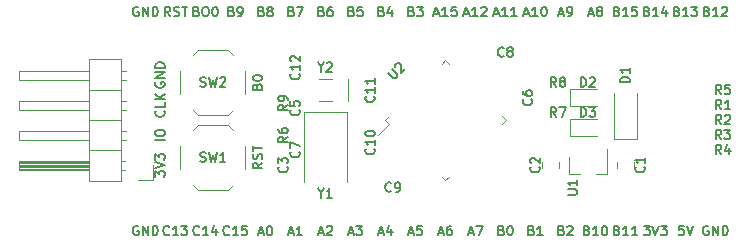
<source format=gbr>
%TF.GenerationSoftware,KiCad,Pcbnew,5.1.6+dfsg1-1*%
%TF.CreationDate,2020-08-25T14:06:05+08:00*%
%TF.ProjectId,gp,67702e6b-6963-4616-945f-706362585858,b*%
%TF.SameCoordinates,Original*%
%TF.FileFunction,Legend,Top*%
%TF.FilePolarity,Positive*%
%FSLAX46Y46*%
G04 Gerber Fmt 4.6, Leading zero omitted, Abs format (unit mm)*
G04 Created by KiCad (PCBNEW 5.1.6+dfsg1-1) date 2020-08-25 14:06:05*
%MOMM*%
%LPD*%
G01*
G04 APERTURE LIST*
%ADD10C,0.150000*%
%ADD11C,0.120000*%
G04 APERTURE END LIST*
D10*
X154501904Y-106400476D02*
X154501904Y-105905238D01*
X154806666Y-106171904D01*
X154806666Y-106057619D01*
X154844761Y-105981428D01*
X154882857Y-105943333D01*
X154959047Y-105905238D01*
X155149523Y-105905238D01*
X155225714Y-105943333D01*
X155263809Y-105981428D01*
X155301904Y-106057619D01*
X155301904Y-106286190D01*
X155263809Y-106362380D01*
X155225714Y-106400476D01*
X154501904Y-105676666D02*
X155301904Y-105410000D01*
X154501904Y-105143333D01*
X154501904Y-104952857D02*
X154501904Y-104457619D01*
X154806666Y-104724285D01*
X154806666Y-104610000D01*
X154844761Y-104533809D01*
X154882857Y-104495714D01*
X154959047Y-104457619D01*
X155149523Y-104457619D01*
X155225714Y-104495714D01*
X155263809Y-104533809D01*
X155301904Y-104610000D01*
X155301904Y-104838571D01*
X155263809Y-104914761D01*
X155225714Y-104952857D01*
X155301904Y-103289047D02*
X154501904Y-103289047D01*
X154501904Y-102755714D02*
X154501904Y-102603333D01*
X154540000Y-102527142D01*
X154616190Y-102450952D01*
X154768571Y-102412857D01*
X155035238Y-102412857D01*
X155187619Y-102450952D01*
X155263809Y-102527142D01*
X155301904Y-102603333D01*
X155301904Y-102755714D01*
X155263809Y-102831904D01*
X155187619Y-102908095D01*
X155035238Y-102946190D01*
X154768571Y-102946190D01*
X154616190Y-102908095D01*
X154540000Y-102831904D01*
X154501904Y-102755714D01*
X155225714Y-100806190D02*
X155263809Y-100844285D01*
X155301904Y-100958571D01*
X155301904Y-101034761D01*
X155263809Y-101149047D01*
X155187619Y-101225238D01*
X155111428Y-101263333D01*
X154959047Y-101301428D01*
X154844761Y-101301428D01*
X154692380Y-101263333D01*
X154616190Y-101225238D01*
X154540000Y-101149047D01*
X154501904Y-101034761D01*
X154501904Y-100958571D01*
X154540000Y-100844285D01*
X154578095Y-100806190D01*
X155301904Y-100082380D02*
X155301904Y-100463333D01*
X154501904Y-100463333D01*
X155301904Y-99815714D02*
X154501904Y-99815714D01*
X155301904Y-99358571D02*
X154844761Y-99701428D01*
X154501904Y-99358571D02*
X154959047Y-99815714D01*
X154540000Y-98399523D02*
X154501904Y-98475714D01*
X154501904Y-98590000D01*
X154540000Y-98704285D01*
X154616190Y-98780476D01*
X154692380Y-98818571D01*
X154844761Y-98856666D01*
X154959047Y-98856666D01*
X155111428Y-98818571D01*
X155187619Y-98780476D01*
X155263809Y-98704285D01*
X155301904Y-98590000D01*
X155301904Y-98513809D01*
X155263809Y-98399523D01*
X155225714Y-98361428D01*
X154959047Y-98361428D01*
X154959047Y-98513809D01*
X155301904Y-98018571D02*
X154501904Y-98018571D01*
X155301904Y-97561428D01*
X154501904Y-97561428D01*
X155301904Y-97180476D02*
X154501904Y-97180476D01*
X154501904Y-96990000D01*
X154540000Y-96875714D01*
X154616190Y-96799523D01*
X154692380Y-96761428D01*
X154844761Y-96723333D01*
X154959047Y-96723333D01*
X155111428Y-96761428D01*
X155187619Y-96799523D01*
X155263809Y-96875714D01*
X155301904Y-96990000D01*
X155301904Y-97180476D01*
X163556904Y-105213095D02*
X163175952Y-105479761D01*
X163556904Y-105670238D02*
X162756904Y-105670238D01*
X162756904Y-105365476D01*
X162795000Y-105289285D01*
X162833095Y-105251190D01*
X162909285Y-105213095D01*
X163023571Y-105213095D01*
X163099761Y-105251190D01*
X163137857Y-105289285D01*
X163175952Y-105365476D01*
X163175952Y-105670238D01*
X163518809Y-104908333D02*
X163556904Y-104794047D01*
X163556904Y-104603571D01*
X163518809Y-104527380D01*
X163480714Y-104489285D01*
X163404523Y-104451190D01*
X163328333Y-104451190D01*
X163252142Y-104489285D01*
X163214047Y-104527380D01*
X163175952Y-104603571D01*
X163137857Y-104755952D01*
X163099761Y-104832142D01*
X163061666Y-104870238D01*
X162985476Y-104908333D01*
X162909285Y-104908333D01*
X162833095Y-104870238D01*
X162795000Y-104832142D01*
X162756904Y-104755952D01*
X162756904Y-104565476D01*
X162795000Y-104451190D01*
X162756904Y-104222619D02*
X162756904Y-103765476D01*
X163556904Y-103994047D02*
X162756904Y-103994047D01*
X163137857Y-98748809D02*
X163175952Y-98634523D01*
X163214047Y-98596428D01*
X163290238Y-98558333D01*
X163404523Y-98558333D01*
X163480714Y-98596428D01*
X163518809Y-98634523D01*
X163556904Y-98710714D01*
X163556904Y-99015476D01*
X162756904Y-99015476D01*
X162756904Y-98748809D01*
X162795000Y-98672619D01*
X162833095Y-98634523D01*
X162909285Y-98596428D01*
X162985476Y-98596428D01*
X163061666Y-98634523D01*
X163099761Y-98672619D01*
X163137857Y-98748809D01*
X163137857Y-99015476D01*
X162756904Y-98063095D02*
X162756904Y-97986904D01*
X162795000Y-97910714D01*
X162833095Y-97872619D01*
X162909285Y-97834523D01*
X163061666Y-97796428D01*
X163252142Y-97796428D01*
X163404523Y-97834523D01*
X163480714Y-97872619D01*
X163518809Y-97910714D01*
X163556904Y-97986904D01*
X163556904Y-98063095D01*
X163518809Y-98139285D01*
X163480714Y-98177380D01*
X163404523Y-98215476D01*
X163252142Y-98253571D01*
X163061666Y-98253571D01*
X162909285Y-98215476D01*
X162833095Y-98177380D01*
X162795000Y-98139285D01*
X162756904Y-98063095D01*
X153060476Y-92056000D02*
X152984285Y-92017904D01*
X152870000Y-92017904D01*
X152755714Y-92056000D01*
X152679523Y-92132190D01*
X152641428Y-92208380D01*
X152603333Y-92360761D01*
X152603333Y-92475047D01*
X152641428Y-92627428D01*
X152679523Y-92703619D01*
X152755714Y-92779809D01*
X152870000Y-92817904D01*
X152946190Y-92817904D01*
X153060476Y-92779809D01*
X153098571Y-92741714D01*
X153098571Y-92475047D01*
X152946190Y-92475047D01*
X153441428Y-92817904D02*
X153441428Y-92017904D01*
X153898571Y-92817904D01*
X153898571Y-92017904D01*
X154279523Y-92817904D02*
X154279523Y-92017904D01*
X154470000Y-92017904D01*
X154584285Y-92056000D01*
X154660476Y-92132190D01*
X154698571Y-92208380D01*
X154736666Y-92360761D01*
X154736666Y-92475047D01*
X154698571Y-92627428D01*
X154660476Y-92703619D01*
X154584285Y-92779809D01*
X154470000Y-92817904D01*
X154279523Y-92817904D01*
X155771904Y-92817904D02*
X155505238Y-92436952D01*
X155314761Y-92817904D02*
X155314761Y-92017904D01*
X155619523Y-92017904D01*
X155695714Y-92056000D01*
X155733809Y-92094095D01*
X155771904Y-92170285D01*
X155771904Y-92284571D01*
X155733809Y-92360761D01*
X155695714Y-92398857D01*
X155619523Y-92436952D01*
X155314761Y-92436952D01*
X156076666Y-92779809D02*
X156190952Y-92817904D01*
X156381428Y-92817904D01*
X156457619Y-92779809D01*
X156495714Y-92741714D01*
X156533809Y-92665523D01*
X156533809Y-92589333D01*
X156495714Y-92513142D01*
X156457619Y-92475047D01*
X156381428Y-92436952D01*
X156229047Y-92398857D01*
X156152857Y-92360761D01*
X156114761Y-92322666D01*
X156076666Y-92246476D01*
X156076666Y-92170285D01*
X156114761Y-92094095D01*
X156152857Y-92056000D01*
X156229047Y-92017904D01*
X156419523Y-92017904D01*
X156533809Y-92056000D01*
X156762380Y-92017904D02*
X157219523Y-92017904D01*
X156990952Y-92817904D02*
X156990952Y-92017904D01*
X158007142Y-92398857D02*
X158121428Y-92436952D01*
X158159523Y-92475047D01*
X158197619Y-92551238D01*
X158197619Y-92665523D01*
X158159523Y-92741714D01*
X158121428Y-92779809D01*
X158045238Y-92817904D01*
X157740476Y-92817904D01*
X157740476Y-92017904D01*
X158007142Y-92017904D01*
X158083333Y-92056000D01*
X158121428Y-92094095D01*
X158159523Y-92170285D01*
X158159523Y-92246476D01*
X158121428Y-92322666D01*
X158083333Y-92360761D01*
X158007142Y-92398857D01*
X157740476Y-92398857D01*
X158692857Y-92017904D02*
X158845238Y-92017904D01*
X158921428Y-92056000D01*
X158997619Y-92132190D01*
X159035714Y-92284571D01*
X159035714Y-92551238D01*
X158997619Y-92703619D01*
X158921428Y-92779809D01*
X158845238Y-92817904D01*
X158692857Y-92817904D01*
X158616666Y-92779809D01*
X158540476Y-92703619D01*
X158502380Y-92551238D01*
X158502380Y-92284571D01*
X158540476Y-92132190D01*
X158616666Y-92056000D01*
X158692857Y-92017904D01*
X159530952Y-92017904D02*
X159607142Y-92017904D01*
X159683333Y-92056000D01*
X159721428Y-92094095D01*
X159759523Y-92170285D01*
X159797619Y-92322666D01*
X159797619Y-92513142D01*
X159759523Y-92665523D01*
X159721428Y-92741714D01*
X159683333Y-92779809D01*
X159607142Y-92817904D01*
X159530952Y-92817904D01*
X159454761Y-92779809D01*
X159416666Y-92741714D01*
X159378571Y-92665523D01*
X159340476Y-92513142D01*
X159340476Y-92322666D01*
X159378571Y-92170285D01*
X159416666Y-92094095D01*
X159454761Y-92056000D01*
X159530952Y-92017904D01*
X201320476Y-110598000D02*
X201244285Y-110559904D01*
X201130000Y-110559904D01*
X201015714Y-110598000D01*
X200939523Y-110674190D01*
X200901428Y-110750380D01*
X200863333Y-110902761D01*
X200863333Y-111017047D01*
X200901428Y-111169428D01*
X200939523Y-111245619D01*
X201015714Y-111321809D01*
X201130000Y-111359904D01*
X201206190Y-111359904D01*
X201320476Y-111321809D01*
X201358571Y-111283714D01*
X201358571Y-111017047D01*
X201206190Y-111017047D01*
X201701428Y-111359904D02*
X201701428Y-110559904D01*
X202158571Y-111359904D01*
X202158571Y-110559904D01*
X202539523Y-111359904D02*
X202539523Y-110559904D01*
X202730000Y-110559904D01*
X202844285Y-110598000D01*
X202920476Y-110674190D01*
X202958571Y-110750380D01*
X202996666Y-110902761D01*
X202996666Y-111017047D01*
X202958571Y-111169428D01*
X202920476Y-111245619D01*
X202844285Y-111321809D01*
X202730000Y-111359904D01*
X202539523Y-111359904D01*
X199237619Y-110559904D02*
X198856666Y-110559904D01*
X198818571Y-110940857D01*
X198856666Y-110902761D01*
X198932857Y-110864666D01*
X199123333Y-110864666D01*
X199199523Y-110902761D01*
X199237619Y-110940857D01*
X199275714Y-111017047D01*
X199275714Y-111207523D01*
X199237619Y-111283714D01*
X199199523Y-111321809D01*
X199123333Y-111359904D01*
X198932857Y-111359904D01*
X198856666Y-111321809D01*
X198818571Y-111283714D01*
X199504285Y-110559904D02*
X199770952Y-111359904D01*
X200037619Y-110559904D01*
X195859523Y-110559904D02*
X196354761Y-110559904D01*
X196088095Y-110864666D01*
X196202380Y-110864666D01*
X196278571Y-110902761D01*
X196316666Y-110940857D01*
X196354761Y-111017047D01*
X196354761Y-111207523D01*
X196316666Y-111283714D01*
X196278571Y-111321809D01*
X196202380Y-111359904D01*
X195973809Y-111359904D01*
X195897619Y-111321809D01*
X195859523Y-111283714D01*
X196583333Y-110559904D02*
X196850000Y-111359904D01*
X197116666Y-110559904D01*
X197307142Y-110559904D02*
X197802380Y-110559904D01*
X197535714Y-110864666D01*
X197650000Y-110864666D01*
X197726190Y-110902761D01*
X197764285Y-110940857D01*
X197802380Y-111017047D01*
X197802380Y-111207523D01*
X197764285Y-111283714D01*
X197726190Y-111321809D01*
X197650000Y-111359904D01*
X197421428Y-111359904D01*
X197345238Y-111321809D01*
X197307142Y-111283714D01*
X193605238Y-110940857D02*
X193719523Y-110978952D01*
X193757619Y-111017047D01*
X193795714Y-111093238D01*
X193795714Y-111207523D01*
X193757619Y-111283714D01*
X193719523Y-111321809D01*
X193643333Y-111359904D01*
X193338571Y-111359904D01*
X193338571Y-110559904D01*
X193605238Y-110559904D01*
X193681428Y-110598000D01*
X193719523Y-110636095D01*
X193757619Y-110712285D01*
X193757619Y-110788476D01*
X193719523Y-110864666D01*
X193681428Y-110902761D01*
X193605238Y-110940857D01*
X193338571Y-110940857D01*
X194557619Y-111359904D02*
X194100476Y-111359904D01*
X194329047Y-111359904D02*
X194329047Y-110559904D01*
X194252857Y-110674190D01*
X194176666Y-110750380D01*
X194100476Y-110788476D01*
X195319523Y-111359904D02*
X194862380Y-111359904D01*
X195090952Y-111359904D02*
X195090952Y-110559904D01*
X195014761Y-110674190D01*
X194938571Y-110750380D01*
X194862380Y-110788476D01*
X191065238Y-110940857D02*
X191179523Y-110978952D01*
X191217619Y-111017047D01*
X191255714Y-111093238D01*
X191255714Y-111207523D01*
X191217619Y-111283714D01*
X191179523Y-111321809D01*
X191103333Y-111359904D01*
X190798571Y-111359904D01*
X190798571Y-110559904D01*
X191065238Y-110559904D01*
X191141428Y-110598000D01*
X191179523Y-110636095D01*
X191217619Y-110712285D01*
X191217619Y-110788476D01*
X191179523Y-110864666D01*
X191141428Y-110902761D01*
X191065238Y-110940857D01*
X190798571Y-110940857D01*
X192017619Y-111359904D02*
X191560476Y-111359904D01*
X191789047Y-111359904D02*
X191789047Y-110559904D01*
X191712857Y-110674190D01*
X191636666Y-110750380D01*
X191560476Y-110788476D01*
X192512857Y-110559904D02*
X192589047Y-110559904D01*
X192665238Y-110598000D01*
X192703333Y-110636095D01*
X192741428Y-110712285D01*
X192779523Y-110864666D01*
X192779523Y-111055142D01*
X192741428Y-111207523D01*
X192703333Y-111283714D01*
X192665238Y-111321809D01*
X192589047Y-111359904D01*
X192512857Y-111359904D01*
X192436666Y-111321809D01*
X192398571Y-111283714D01*
X192360476Y-111207523D01*
X192322380Y-111055142D01*
X192322380Y-110864666D01*
X192360476Y-110712285D01*
X192398571Y-110636095D01*
X192436666Y-110598000D01*
X192512857Y-110559904D01*
X188906190Y-110940857D02*
X189020476Y-110978952D01*
X189058571Y-111017047D01*
X189096666Y-111093238D01*
X189096666Y-111207523D01*
X189058571Y-111283714D01*
X189020476Y-111321809D01*
X188944285Y-111359904D01*
X188639523Y-111359904D01*
X188639523Y-110559904D01*
X188906190Y-110559904D01*
X188982380Y-110598000D01*
X189020476Y-110636095D01*
X189058571Y-110712285D01*
X189058571Y-110788476D01*
X189020476Y-110864666D01*
X188982380Y-110902761D01*
X188906190Y-110940857D01*
X188639523Y-110940857D01*
X189401428Y-110636095D02*
X189439523Y-110598000D01*
X189515714Y-110559904D01*
X189706190Y-110559904D01*
X189782380Y-110598000D01*
X189820476Y-110636095D01*
X189858571Y-110712285D01*
X189858571Y-110788476D01*
X189820476Y-110902761D01*
X189363333Y-111359904D01*
X189858571Y-111359904D01*
X186366190Y-110940857D02*
X186480476Y-110978952D01*
X186518571Y-111017047D01*
X186556666Y-111093238D01*
X186556666Y-111207523D01*
X186518571Y-111283714D01*
X186480476Y-111321809D01*
X186404285Y-111359904D01*
X186099523Y-111359904D01*
X186099523Y-110559904D01*
X186366190Y-110559904D01*
X186442380Y-110598000D01*
X186480476Y-110636095D01*
X186518571Y-110712285D01*
X186518571Y-110788476D01*
X186480476Y-110864666D01*
X186442380Y-110902761D01*
X186366190Y-110940857D01*
X186099523Y-110940857D01*
X187318571Y-111359904D02*
X186861428Y-111359904D01*
X187090000Y-111359904D02*
X187090000Y-110559904D01*
X187013809Y-110674190D01*
X186937619Y-110750380D01*
X186861428Y-110788476D01*
X183826190Y-110940857D02*
X183940476Y-110978952D01*
X183978571Y-111017047D01*
X184016666Y-111093238D01*
X184016666Y-111207523D01*
X183978571Y-111283714D01*
X183940476Y-111321809D01*
X183864285Y-111359904D01*
X183559523Y-111359904D01*
X183559523Y-110559904D01*
X183826190Y-110559904D01*
X183902380Y-110598000D01*
X183940476Y-110636095D01*
X183978571Y-110712285D01*
X183978571Y-110788476D01*
X183940476Y-110864666D01*
X183902380Y-110902761D01*
X183826190Y-110940857D01*
X183559523Y-110940857D01*
X184511904Y-110559904D02*
X184588095Y-110559904D01*
X184664285Y-110598000D01*
X184702380Y-110636095D01*
X184740476Y-110712285D01*
X184778571Y-110864666D01*
X184778571Y-111055142D01*
X184740476Y-111207523D01*
X184702380Y-111283714D01*
X184664285Y-111321809D01*
X184588095Y-111359904D01*
X184511904Y-111359904D01*
X184435714Y-111321809D01*
X184397619Y-111283714D01*
X184359523Y-111207523D01*
X184321428Y-111055142D01*
X184321428Y-110864666D01*
X184359523Y-110712285D01*
X184397619Y-110636095D01*
X184435714Y-110598000D01*
X184511904Y-110559904D01*
X181038571Y-111131333D02*
X181419523Y-111131333D01*
X180962380Y-111359904D02*
X181229047Y-110559904D01*
X181495714Y-111359904D01*
X181686190Y-110559904D02*
X182219523Y-110559904D01*
X181876666Y-111359904D01*
X178498571Y-111131333D02*
X178879523Y-111131333D01*
X178422380Y-111359904D02*
X178689047Y-110559904D01*
X178955714Y-111359904D01*
X179565238Y-110559904D02*
X179412857Y-110559904D01*
X179336666Y-110598000D01*
X179298571Y-110636095D01*
X179222380Y-110750380D01*
X179184285Y-110902761D01*
X179184285Y-111207523D01*
X179222380Y-111283714D01*
X179260476Y-111321809D01*
X179336666Y-111359904D01*
X179489047Y-111359904D01*
X179565238Y-111321809D01*
X179603333Y-111283714D01*
X179641428Y-111207523D01*
X179641428Y-111017047D01*
X179603333Y-110940857D01*
X179565238Y-110902761D01*
X179489047Y-110864666D01*
X179336666Y-110864666D01*
X179260476Y-110902761D01*
X179222380Y-110940857D01*
X179184285Y-111017047D01*
X175958571Y-111131333D02*
X176339523Y-111131333D01*
X175882380Y-111359904D02*
X176149047Y-110559904D01*
X176415714Y-111359904D01*
X177063333Y-110559904D02*
X176682380Y-110559904D01*
X176644285Y-110940857D01*
X176682380Y-110902761D01*
X176758571Y-110864666D01*
X176949047Y-110864666D01*
X177025238Y-110902761D01*
X177063333Y-110940857D01*
X177101428Y-111017047D01*
X177101428Y-111207523D01*
X177063333Y-111283714D01*
X177025238Y-111321809D01*
X176949047Y-111359904D01*
X176758571Y-111359904D01*
X176682380Y-111321809D01*
X176644285Y-111283714D01*
X173418571Y-111131333D02*
X173799523Y-111131333D01*
X173342380Y-111359904D02*
X173609047Y-110559904D01*
X173875714Y-111359904D01*
X174485238Y-110826571D02*
X174485238Y-111359904D01*
X174294761Y-110521809D02*
X174104285Y-111093238D01*
X174599523Y-111093238D01*
X170878571Y-111131333D02*
X171259523Y-111131333D01*
X170802380Y-111359904D02*
X171069047Y-110559904D01*
X171335714Y-111359904D01*
X171526190Y-110559904D02*
X172021428Y-110559904D01*
X171754761Y-110864666D01*
X171869047Y-110864666D01*
X171945238Y-110902761D01*
X171983333Y-110940857D01*
X172021428Y-111017047D01*
X172021428Y-111207523D01*
X171983333Y-111283714D01*
X171945238Y-111321809D01*
X171869047Y-111359904D01*
X171640476Y-111359904D01*
X171564285Y-111321809D01*
X171526190Y-111283714D01*
X168338571Y-111131333D02*
X168719523Y-111131333D01*
X168262380Y-111359904D02*
X168529047Y-110559904D01*
X168795714Y-111359904D01*
X169024285Y-110636095D02*
X169062380Y-110598000D01*
X169138571Y-110559904D01*
X169329047Y-110559904D01*
X169405238Y-110598000D01*
X169443333Y-110636095D01*
X169481428Y-110712285D01*
X169481428Y-110788476D01*
X169443333Y-110902761D01*
X168986190Y-111359904D01*
X169481428Y-111359904D01*
X165798571Y-111131333D02*
X166179523Y-111131333D01*
X165722380Y-111359904D02*
X165989047Y-110559904D01*
X166255714Y-111359904D01*
X166941428Y-111359904D02*
X166484285Y-111359904D01*
X166712857Y-111359904D02*
X166712857Y-110559904D01*
X166636666Y-110674190D01*
X166560476Y-110750380D01*
X166484285Y-110788476D01*
X163258571Y-111131333D02*
X163639523Y-111131333D01*
X163182380Y-111359904D02*
X163449047Y-110559904D01*
X163715714Y-111359904D01*
X164134761Y-110559904D02*
X164210952Y-110559904D01*
X164287142Y-110598000D01*
X164325238Y-110636095D01*
X164363333Y-110712285D01*
X164401428Y-110864666D01*
X164401428Y-111055142D01*
X164363333Y-111207523D01*
X164325238Y-111283714D01*
X164287142Y-111321809D01*
X164210952Y-111359904D01*
X164134761Y-111359904D01*
X164058571Y-111321809D01*
X164020476Y-111283714D01*
X163982380Y-111207523D01*
X163944285Y-111055142D01*
X163944285Y-110864666D01*
X163982380Y-110712285D01*
X164020476Y-110636095D01*
X164058571Y-110598000D01*
X164134761Y-110559904D01*
X160775714Y-111283714D02*
X160737619Y-111321809D01*
X160623333Y-111359904D01*
X160547142Y-111359904D01*
X160432857Y-111321809D01*
X160356666Y-111245619D01*
X160318571Y-111169428D01*
X160280476Y-111017047D01*
X160280476Y-110902761D01*
X160318571Y-110750380D01*
X160356666Y-110674190D01*
X160432857Y-110598000D01*
X160547142Y-110559904D01*
X160623333Y-110559904D01*
X160737619Y-110598000D01*
X160775714Y-110636095D01*
X161537619Y-111359904D02*
X161080476Y-111359904D01*
X161309047Y-111359904D02*
X161309047Y-110559904D01*
X161232857Y-110674190D01*
X161156666Y-110750380D01*
X161080476Y-110788476D01*
X162261428Y-110559904D02*
X161880476Y-110559904D01*
X161842380Y-110940857D01*
X161880476Y-110902761D01*
X161956666Y-110864666D01*
X162147142Y-110864666D01*
X162223333Y-110902761D01*
X162261428Y-110940857D01*
X162299523Y-111017047D01*
X162299523Y-111207523D01*
X162261428Y-111283714D01*
X162223333Y-111321809D01*
X162147142Y-111359904D01*
X161956666Y-111359904D01*
X161880476Y-111321809D01*
X161842380Y-111283714D01*
X158235714Y-111283714D02*
X158197619Y-111321809D01*
X158083333Y-111359904D01*
X158007142Y-111359904D01*
X157892857Y-111321809D01*
X157816666Y-111245619D01*
X157778571Y-111169428D01*
X157740476Y-111017047D01*
X157740476Y-110902761D01*
X157778571Y-110750380D01*
X157816666Y-110674190D01*
X157892857Y-110598000D01*
X158007142Y-110559904D01*
X158083333Y-110559904D01*
X158197619Y-110598000D01*
X158235714Y-110636095D01*
X158997619Y-111359904D02*
X158540476Y-111359904D01*
X158769047Y-111359904D02*
X158769047Y-110559904D01*
X158692857Y-110674190D01*
X158616666Y-110750380D01*
X158540476Y-110788476D01*
X159683333Y-110826571D02*
X159683333Y-111359904D01*
X159492857Y-110521809D02*
X159302380Y-111093238D01*
X159797619Y-111093238D01*
X155695714Y-111283714D02*
X155657619Y-111321809D01*
X155543333Y-111359904D01*
X155467142Y-111359904D01*
X155352857Y-111321809D01*
X155276666Y-111245619D01*
X155238571Y-111169428D01*
X155200476Y-111017047D01*
X155200476Y-110902761D01*
X155238571Y-110750380D01*
X155276666Y-110674190D01*
X155352857Y-110598000D01*
X155467142Y-110559904D01*
X155543333Y-110559904D01*
X155657619Y-110598000D01*
X155695714Y-110636095D01*
X156457619Y-111359904D02*
X156000476Y-111359904D01*
X156229047Y-111359904D02*
X156229047Y-110559904D01*
X156152857Y-110674190D01*
X156076666Y-110750380D01*
X156000476Y-110788476D01*
X156724285Y-110559904D02*
X157219523Y-110559904D01*
X156952857Y-110864666D01*
X157067142Y-110864666D01*
X157143333Y-110902761D01*
X157181428Y-110940857D01*
X157219523Y-111017047D01*
X157219523Y-111207523D01*
X157181428Y-111283714D01*
X157143333Y-111321809D01*
X157067142Y-111359904D01*
X156838571Y-111359904D01*
X156762380Y-111321809D01*
X156724285Y-111283714D01*
X153060476Y-110598000D02*
X152984285Y-110559904D01*
X152870000Y-110559904D01*
X152755714Y-110598000D01*
X152679523Y-110674190D01*
X152641428Y-110750380D01*
X152603333Y-110902761D01*
X152603333Y-111017047D01*
X152641428Y-111169428D01*
X152679523Y-111245619D01*
X152755714Y-111321809D01*
X152870000Y-111359904D01*
X152946190Y-111359904D01*
X153060476Y-111321809D01*
X153098571Y-111283714D01*
X153098571Y-111017047D01*
X152946190Y-111017047D01*
X153441428Y-111359904D02*
X153441428Y-110559904D01*
X153898571Y-111359904D01*
X153898571Y-110559904D01*
X154279523Y-111359904D02*
X154279523Y-110559904D01*
X154470000Y-110559904D01*
X154584285Y-110598000D01*
X154660476Y-110674190D01*
X154698571Y-110750380D01*
X154736666Y-110902761D01*
X154736666Y-111017047D01*
X154698571Y-111169428D01*
X154660476Y-111245619D01*
X154584285Y-111321809D01*
X154470000Y-111359904D01*
X154279523Y-111359904D01*
X160966190Y-92398857D02*
X161080476Y-92436952D01*
X161118571Y-92475047D01*
X161156666Y-92551238D01*
X161156666Y-92665523D01*
X161118571Y-92741714D01*
X161080476Y-92779809D01*
X161004285Y-92817904D01*
X160699523Y-92817904D01*
X160699523Y-92017904D01*
X160966190Y-92017904D01*
X161042380Y-92056000D01*
X161080476Y-92094095D01*
X161118571Y-92170285D01*
X161118571Y-92246476D01*
X161080476Y-92322666D01*
X161042380Y-92360761D01*
X160966190Y-92398857D01*
X160699523Y-92398857D01*
X161537619Y-92817904D02*
X161690000Y-92817904D01*
X161766190Y-92779809D01*
X161804285Y-92741714D01*
X161880476Y-92627428D01*
X161918571Y-92475047D01*
X161918571Y-92170285D01*
X161880476Y-92094095D01*
X161842380Y-92056000D01*
X161766190Y-92017904D01*
X161613809Y-92017904D01*
X161537619Y-92056000D01*
X161499523Y-92094095D01*
X161461428Y-92170285D01*
X161461428Y-92360761D01*
X161499523Y-92436952D01*
X161537619Y-92475047D01*
X161613809Y-92513142D01*
X161766190Y-92513142D01*
X161842380Y-92475047D01*
X161880476Y-92436952D01*
X161918571Y-92360761D01*
X163506190Y-92398857D02*
X163620476Y-92436952D01*
X163658571Y-92475047D01*
X163696666Y-92551238D01*
X163696666Y-92665523D01*
X163658571Y-92741714D01*
X163620476Y-92779809D01*
X163544285Y-92817904D01*
X163239523Y-92817904D01*
X163239523Y-92017904D01*
X163506190Y-92017904D01*
X163582380Y-92056000D01*
X163620476Y-92094095D01*
X163658571Y-92170285D01*
X163658571Y-92246476D01*
X163620476Y-92322666D01*
X163582380Y-92360761D01*
X163506190Y-92398857D01*
X163239523Y-92398857D01*
X164153809Y-92360761D02*
X164077619Y-92322666D01*
X164039523Y-92284571D01*
X164001428Y-92208380D01*
X164001428Y-92170285D01*
X164039523Y-92094095D01*
X164077619Y-92056000D01*
X164153809Y-92017904D01*
X164306190Y-92017904D01*
X164382380Y-92056000D01*
X164420476Y-92094095D01*
X164458571Y-92170285D01*
X164458571Y-92208380D01*
X164420476Y-92284571D01*
X164382380Y-92322666D01*
X164306190Y-92360761D01*
X164153809Y-92360761D01*
X164077619Y-92398857D01*
X164039523Y-92436952D01*
X164001428Y-92513142D01*
X164001428Y-92665523D01*
X164039523Y-92741714D01*
X164077619Y-92779809D01*
X164153809Y-92817904D01*
X164306190Y-92817904D01*
X164382380Y-92779809D01*
X164420476Y-92741714D01*
X164458571Y-92665523D01*
X164458571Y-92513142D01*
X164420476Y-92436952D01*
X164382380Y-92398857D01*
X164306190Y-92360761D01*
X166046190Y-92398857D02*
X166160476Y-92436952D01*
X166198571Y-92475047D01*
X166236666Y-92551238D01*
X166236666Y-92665523D01*
X166198571Y-92741714D01*
X166160476Y-92779809D01*
X166084285Y-92817904D01*
X165779523Y-92817904D01*
X165779523Y-92017904D01*
X166046190Y-92017904D01*
X166122380Y-92056000D01*
X166160476Y-92094095D01*
X166198571Y-92170285D01*
X166198571Y-92246476D01*
X166160476Y-92322666D01*
X166122380Y-92360761D01*
X166046190Y-92398857D01*
X165779523Y-92398857D01*
X166503333Y-92017904D02*
X167036666Y-92017904D01*
X166693809Y-92817904D01*
X168586190Y-92398857D02*
X168700476Y-92436952D01*
X168738571Y-92475047D01*
X168776666Y-92551238D01*
X168776666Y-92665523D01*
X168738571Y-92741714D01*
X168700476Y-92779809D01*
X168624285Y-92817904D01*
X168319523Y-92817904D01*
X168319523Y-92017904D01*
X168586190Y-92017904D01*
X168662380Y-92056000D01*
X168700476Y-92094095D01*
X168738571Y-92170285D01*
X168738571Y-92246476D01*
X168700476Y-92322666D01*
X168662380Y-92360761D01*
X168586190Y-92398857D01*
X168319523Y-92398857D01*
X169462380Y-92017904D02*
X169310000Y-92017904D01*
X169233809Y-92056000D01*
X169195714Y-92094095D01*
X169119523Y-92208380D01*
X169081428Y-92360761D01*
X169081428Y-92665523D01*
X169119523Y-92741714D01*
X169157619Y-92779809D01*
X169233809Y-92817904D01*
X169386190Y-92817904D01*
X169462380Y-92779809D01*
X169500476Y-92741714D01*
X169538571Y-92665523D01*
X169538571Y-92475047D01*
X169500476Y-92398857D01*
X169462380Y-92360761D01*
X169386190Y-92322666D01*
X169233809Y-92322666D01*
X169157619Y-92360761D01*
X169119523Y-92398857D01*
X169081428Y-92475047D01*
X171126190Y-92398857D02*
X171240476Y-92436952D01*
X171278571Y-92475047D01*
X171316666Y-92551238D01*
X171316666Y-92665523D01*
X171278571Y-92741714D01*
X171240476Y-92779809D01*
X171164285Y-92817904D01*
X170859523Y-92817904D01*
X170859523Y-92017904D01*
X171126190Y-92017904D01*
X171202380Y-92056000D01*
X171240476Y-92094095D01*
X171278571Y-92170285D01*
X171278571Y-92246476D01*
X171240476Y-92322666D01*
X171202380Y-92360761D01*
X171126190Y-92398857D01*
X170859523Y-92398857D01*
X172040476Y-92017904D02*
X171659523Y-92017904D01*
X171621428Y-92398857D01*
X171659523Y-92360761D01*
X171735714Y-92322666D01*
X171926190Y-92322666D01*
X172002380Y-92360761D01*
X172040476Y-92398857D01*
X172078571Y-92475047D01*
X172078571Y-92665523D01*
X172040476Y-92741714D01*
X172002380Y-92779809D01*
X171926190Y-92817904D01*
X171735714Y-92817904D01*
X171659523Y-92779809D01*
X171621428Y-92741714D01*
X173666190Y-92398857D02*
X173780476Y-92436952D01*
X173818571Y-92475047D01*
X173856666Y-92551238D01*
X173856666Y-92665523D01*
X173818571Y-92741714D01*
X173780476Y-92779809D01*
X173704285Y-92817904D01*
X173399523Y-92817904D01*
X173399523Y-92017904D01*
X173666190Y-92017904D01*
X173742380Y-92056000D01*
X173780476Y-92094095D01*
X173818571Y-92170285D01*
X173818571Y-92246476D01*
X173780476Y-92322666D01*
X173742380Y-92360761D01*
X173666190Y-92398857D01*
X173399523Y-92398857D01*
X174542380Y-92284571D02*
X174542380Y-92817904D01*
X174351904Y-91979809D02*
X174161428Y-92551238D01*
X174656666Y-92551238D01*
X176206190Y-92398857D02*
X176320476Y-92436952D01*
X176358571Y-92475047D01*
X176396666Y-92551238D01*
X176396666Y-92665523D01*
X176358571Y-92741714D01*
X176320476Y-92779809D01*
X176244285Y-92817904D01*
X175939523Y-92817904D01*
X175939523Y-92017904D01*
X176206190Y-92017904D01*
X176282380Y-92056000D01*
X176320476Y-92094095D01*
X176358571Y-92170285D01*
X176358571Y-92246476D01*
X176320476Y-92322666D01*
X176282380Y-92360761D01*
X176206190Y-92398857D01*
X175939523Y-92398857D01*
X176663333Y-92017904D02*
X177158571Y-92017904D01*
X176891904Y-92322666D01*
X177006190Y-92322666D01*
X177082380Y-92360761D01*
X177120476Y-92398857D01*
X177158571Y-92475047D01*
X177158571Y-92665523D01*
X177120476Y-92741714D01*
X177082380Y-92779809D01*
X177006190Y-92817904D01*
X176777619Y-92817904D01*
X176701428Y-92779809D01*
X176663333Y-92741714D01*
X178117619Y-92589333D02*
X178498571Y-92589333D01*
X178041428Y-92817904D02*
X178308095Y-92017904D01*
X178574761Y-92817904D01*
X179260476Y-92817904D02*
X178803333Y-92817904D01*
X179031904Y-92817904D02*
X179031904Y-92017904D01*
X178955714Y-92132190D01*
X178879523Y-92208380D01*
X178803333Y-92246476D01*
X179984285Y-92017904D02*
X179603333Y-92017904D01*
X179565238Y-92398857D01*
X179603333Y-92360761D01*
X179679523Y-92322666D01*
X179870000Y-92322666D01*
X179946190Y-92360761D01*
X179984285Y-92398857D01*
X180022380Y-92475047D01*
X180022380Y-92665523D01*
X179984285Y-92741714D01*
X179946190Y-92779809D01*
X179870000Y-92817904D01*
X179679523Y-92817904D01*
X179603333Y-92779809D01*
X179565238Y-92741714D01*
X180657619Y-92589333D02*
X181038571Y-92589333D01*
X180581428Y-92817904D02*
X180848095Y-92017904D01*
X181114761Y-92817904D01*
X181800476Y-92817904D02*
X181343333Y-92817904D01*
X181571904Y-92817904D02*
X181571904Y-92017904D01*
X181495714Y-92132190D01*
X181419523Y-92208380D01*
X181343333Y-92246476D01*
X182105238Y-92094095D02*
X182143333Y-92056000D01*
X182219523Y-92017904D01*
X182410000Y-92017904D01*
X182486190Y-92056000D01*
X182524285Y-92094095D01*
X182562380Y-92170285D01*
X182562380Y-92246476D01*
X182524285Y-92360761D01*
X182067142Y-92817904D01*
X182562380Y-92817904D01*
X183197619Y-92589333D02*
X183578571Y-92589333D01*
X183121428Y-92817904D02*
X183388095Y-92017904D01*
X183654761Y-92817904D01*
X184340476Y-92817904D02*
X183883333Y-92817904D01*
X184111904Y-92817904D02*
X184111904Y-92017904D01*
X184035714Y-92132190D01*
X183959523Y-92208380D01*
X183883333Y-92246476D01*
X185102380Y-92817904D02*
X184645238Y-92817904D01*
X184873809Y-92817904D02*
X184873809Y-92017904D01*
X184797619Y-92132190D01*
X184721428Y-92208380D01*
X184645238Y-92246476D01*
X185737619Y-92589333D02*
X186118571Y-92589333D01*
X185661428Y-92817904D02*
X185928095Y-92017904D01*
X186194761Y-92817904D01*
X186880476Y-92817904D02*
X186423333Y-92817904D01*
X186651904Y-92817904D02*
X186651904Y-92017904D01*
X186575714Y-92132190D01*
X186499523Y-92208380D01*
X186423333Y-92246476D01*
X187375714Y-92017904D02*
X187451904Y-92017904D01*
X187528095Y-92056000D01*
X187566190Y-92094095D01*
X187604285Y-92170285D01*
X187642380Y-92322666D01*
X187642380Y-92513142D01*
X187604285Y-92665523D01*
X187566190Y-92741714D01*
X187528095Y-92779809D01*
X187451904Y-92817904D01*
X187375714Y-92817904D01*
X187299523Y-92779809D01*
X187261428Y-92741714D01*
X187223333Y-92665523D01*
X187185238Y-92513142D01*
X187185238Y-92322666D01*
X187223333Y-92170285D01*
X187261428Y-92094095D01*
X187299523Y-92056000D01*
X187375714Y-92017904D01*
X188658571Y-92589333D02*
X189039523Y-92589333D01*
X188582380Y-92817904D02*
X188849047Y-92017904D01*
X189115714Y-92817904D01*
X189420476Y-92817904D02*
X189572857Y-92817904D01*
X189649047Y-92779809D01*
X189687142Y-92741714D01*
X189763333Y-92627428D01*
X189801428Y-92475047D01*
X189801428Y-92170285D01*
X189763333Y-92094095D01*
X189725238Y-92056000D01*
X189649047Y-92017904D01*
X189496666Y-92017904D01*
X189420476Y-92056000D01*
X189382380Y-92094095D01*
X189344285Y-92170285D01*
X189344285Y-92360761D01*
X189382380Y-92436952D01*
X189420476Y-92475047D01*
X189496666Y-92513142D01*
X189649047Y-92513142D01*
X189725238Y-92475047D01*
X189763333Y-92436952D01*
X189801428Y-92360761D01*
X201225238Y-92398857D02*
X201339523Y-92436952D01*
X201377619Y-92475047D01*
X201415714Y-92551238D01*
X201415714Y-92665523D01*
X201377619Y-92741714D01*
X201339523Y-92779809D01*
X201263333Y-92817904D01*
X200958571Y-92817904D01*
X200958571Y-92017904D01*
X201225238Y-92017904D01*
X201301428Y-92056000D01*
X201339523Y-92094095D01*
X201377619Y-92170285D01*
X201377619Y-92246476D01*
X201339523Y-92322666D01*
X201301428Y-92360761D01*
X201225238Y-92398857D01*
X200958571Y-92398857D01*
X202177619Y-92817904D02*
X201720476Y-92817904D01*
X201949047Y-92817904D02*
X201949047Y-92017904D01*
X201872857Y-92132190D01*
X201796666Y-92208380D01*
X201720476Y-92246476D01*
X202482380Y-92094095D02*
X202520476Y-92056000D01*
X202596666Y-92017904D01*
X202787142Y-92017904D01*
X202863333Y-92056000D01*
X202901428Y-92094095D01*
X202939523Y-92170285D01*
X202939523Y-92246476D01*
X202901428Y-92360761D01*
X202444285Y-92817904D01*
X202939523Y-92817904D01*
X198685238Y-92398857D02*
X198799523Y-92436952D01*
X198837619Y-92475047D01*
X198875714Y-92551238D01*
X198875714Y-92665523D01*
X198837619Y-92741714D01*
X198799523Y-92779809D01*
X198723333Y-92817904D01*
X198418571Y-92817904D01*
X198418571Y-92017904D01*
X198685238Y-92017904D01*
X198761428Y-92056000D01*
X198799523Y-92094095D01*
X198837619Y-92170285D01*
X198837619Y-92246476D01*
X198799523Y-92322666D01*
X198761428Y-92360761D01*
X198685238Y-92398857D01*
X198418571Y-92398857D01*
X199637619Y-92817904D02*
X199180476Y-92817904D01*
X199409047Y-92817904D02*
X199409047Y-92017904D01*
X199332857Y-92132190D01*
X199256666Y-92208380D01*
X199180476Y-92246476D01*
X199904285Y-92017904D02*
X200399523Y-92017904D01*
X200132857Y-92322666D01*
X200247142Y-92322666D01*
X200323333Y-92360761D01*
X200361428Y-92398857D01*
X200399523Y-92475047D01*
X200399523Y-92665523D01*
X200361428Y-92741714D01*
X200323333Y-92779809D01*
X200247142Y-92817904D01*
X200018571Y-92817904D01*
X199942380Y-92779809D01*
X199904285Y-92741714D01*
X196145238Y-92398857D02*
X196259523Y-92436952D01*
X196297619Y-92475047D01*
X196335714Y-92551238D01*
X196335714Y-92665523D01*
X196297619Y-92741714D01*
X196259523Y-92779809D01*
X196183333Y-92817904D01*
X195878571Y-92817904D01*
X195878571Y-92017904D01*
X196145238Y-92017904D01*
X196221428Y-92056000D01*
X196259523Y-92094095D01*
X196297619Y-92170285D01*
X196297619Y-92246476D01*
X196259523Y-92322666D01*
X196221428Y-92360761D01*
X196145238Y-92398857D01*
X195878571Y-92398857D01*
X197097619Y-92817904D02*
X196640476Y-92817904D01*
X196869047Y-92817904D02*
X196869047Y-92017904D01*
X196792857Y-92132190D01*
X196716666Y-92208380D01*
X196640476Y-92246476D01*
X197783333Y-92284571D02*
X197783333Y-92817904D01*
X197592857Y-91979809D02*
X197402380Y-92551238D01*
X197897619Y-92551238D01*
X193605238Y-92398857D02*
X193719523Y-92436952D01*
X193757619Y-92475047D01*
X193795714Y-92551238D01*
X193795714Y-92665523D01*
X193757619Y-92741714D01*
X193719523Y-92779809D01*
X193643333Y-92817904D01*
X193338571Y-92817904D01*
X193338571Y-92017904D01*
X193605238Y-92017904D01*
X193681428Y-92056000D01*
X193719523Y-92094095D01*
X193757619Y-92170285D01*
X193757619Y-92246476D01*
X193719523Y-92322666D01*
X193681428Y-92360761D01*
X193605238Y-92398857D01*
X193338571Y-92398857D01*
X194557619Y-92817904D02*
X194100476Y-92817904D01*
X194329047Y-92817904D02*
X194329047Y-92017904D01*
X194252857Y-92132190D01*
X194176666Y-92208380D01*
X194100476Y-92246476D01*
X195281428Y-92017904D02*
X194900476Y-92017904D01*
X194862380Y-92398857D01*
X194900476Y-92360761D01*
X194976666Y-92322666D01*
X195167142Y-92322666D01*
X195243333Y-92360761D01*
X195281428Y-92398857D01*
X195319523Y-92475047D01*
X195319523Y-92665523D01*
X195281428Y-92741714D01*
X195243333Y-92779809D01*
X195167142Y-92817904D01*
X194976666Y-92817904D01*
X194900476Y-92779809D01*
X194862380Y-92741714D01*
X191198571Y-92589333D02*
X191579523Y-92589333D01*
X191122380Y-92817904D02*
X191389047Y-92017904D01*
X191655714Y-92817904D01*
X192036666Y-92360761D02*
X191960476Y-92322666D01*
X191922380Y-92284571D01*
X191884285Y-92208380D01*
X191884285Y-92170285D01*
X191922380Y-92094095D01*
X191960476Y-92056000D01*
X192036666Y-92017904D01*
X192189047Y-92017904D01*
X192265238Y-92056000D01*
X192303333Y-92094095D01*
X192341428Y-92170285D01*
X192341428Y-92208380D01*
X192303333Y-92284571D01*
X192265238Y-92322666D01*
X192189047Y-92360761D01*
X192036666Y-92360761D01*
X191960476Y-92398857D01*
X191922380Y-92436952D01*
X191884285Y-92513142D01*
X191884285Y-92665523D01*
X191922380Y-92741714D01*
X191960476Y-92779809D01*
X192036666Y-92817904D01*
X192189047Y-92817904D01*
X192265238Y-92779809D01*
X192303333Y-92741714D01*
X192341428Y-92665523D01*
X192341428Y-92513142D01*
X192303333Y-92436952D01*
X192265238Y-92398857D01*
X192189047Y-92360761D01*
D11*
%TO.C,SW1*%
X161085000Y-102475000D02*
X160635000Y-102025000D01*
X157685000Y-102475000D02*
X158135000Y-102025000D01*
X157685000Y-107075000D02*
X158135000Y-107525000D01*
X161085000Y-107075000D02*
X160635000Y-107525000D01*
X156635000Y-105775000D02*
X156635000Y-103775000D01*
X160635000Y-102025000D02*
X158135000Y-102025000D01*
X162135000Y-105775000D02*
X162135000Y-103775000D01*
X160635000Y-107525000D02*
X158135000Y-107525000D01*
%TO.C,SW2*%
X161085000Y-96125000D02*
X160635000Y-95675000D01*
X157685000Y-96125000D02*
X158135000Y-95675000D01*
X157685000Y-100725000D02*
X158135000Y-101175000D01*
X161085000Y-100725000D02*
X160635000Y-101175000D01*
X156635000Y-99425000D02*
X156635000Y-97425000D01*
X160635000Y-95675000D02*
X158135000Y-95675000D01*
X162135000Y-99425000D02*
X162135000Y-97425000D01*
X160635000Y-101175000D02*
X158135000Y-101175000D01*
%TO.C,U1*%
X189555000Y-106170000D02*
X190485000Y-106170000D01*
X192715000Y-106170000D02*
X191785000Y-106170000D01*
X192715000Y-106170000D02*
X192715000Y-104010000D01*
X189555000Y-106170000D02*
X189555000Y-104710000D01*
%TO.C,U2*%
X183857113Y-101918198D02*
X184175311Y-101600000D01*
X184175311Y-101600000D02*
X183857113Y-101281802D01*
X179388198Y-106387113D02*
X179070000Y-106705311D01*
X179070000Y-106705311D02*
X178751802Y-106387113D01*
X178751802Y-96812887D02*
X179070000Y-96494689D01*
X179070000Y-96494689D02*
X179388198Y-96812887D01*
X174282887Y-101281802D02*
X173964689Y-101600000D01*
X173964689Y-101600000D02*
X174282887Y-101918198D01*
X174282887Y-101918198D02*
X173370719Y-102830366D01*
%TO.C,Y2*%
X170860000Y-99960000D02*
X170860000Y-98160000D01*
X169460000Y-98110000D02*
X168360000Y-98110000D01*
X169460000Y-100010000D02*
X168360000Y-100010000D01*
%TO.C,Y1*%
X167110000Y-100940000D02*
X167110000Y-106840000D01*
X170710000Y-100940000D02*
X167110000Y-100940000D01*
X170710000Y-106840000D02*
X170710000Y-100940000D01*
%TO.C,D3*%
X189650000Y-102970000D02*
X191935000Y-102970000D01*
X189650000Y-101500000D02*
X189650000Y-102970000D01*
X191935000Y-101500000D02*
X189650000Y-101500000D01*
%TO.C,D2*%
X189650000Y-100430000D02*
X191935000Y-100430000D01*
X189650000Y-98960000D02*
X189650000Y-100430000D01*
X191935000Y-98960000D02*
X189650000Y-98960000D01*
%TO.C,J4*%
X151595000Y-106740000D02*
X151595000Y-96460000D01*
X151595000Y-96460000D02*
X148935000Y-96460000D01*
X148935000Y-96460000D02*
X148935000Y-106740000D01*
X148935000Y-106740000D02*
X151595000Y-106740000D01*
X148935000Y-105790000D02*
X142935000Y-105790000D01*
X142935000Y-105790000D02*
X142935000Y-105030000D01*
X142935000Y-105030000D02*
X148935000Y-105030000D01*
X148935000Y-105730000D02*
X142935000Y-105730000D01*
X148935000Y-105610000D02*
X142935000Y-105610000D01*
X148935000Y-105490000D02*
X142935000Y-105490000D01*
X148935000Y-105370000D02*
X142935000Y-105370000D01*
X148935000Y-105250000D02*
X142935000Y-105250000D01*
X148935000Y-105130000D02*
X142935000Y-105130000D01*
X151925000Y-105790000D02*
X151595000Y-105790000D01*
X151925000Y-105030000D02*
X151595000Y-105030000D01*
X151595000Y-104140000D02*
X148935000Y-104140000D01*
X148935000Y-103250000D02*
X142935000Y-103250000D01*
X142935000Y-103250000D02*
X142935000Y-102490000D01*
X142935000Y-102490000D02*
X148935000Y-102490000D01*
X151992071Y-103250000D02*
X151595000Y-103250000D01*
X151992071Y-102490000D02*
X151595000Y-102490000D01*
X151595000Y-101600000D02*
X148935000Y-101600000D01*
X148935000Y-100710000D02*
X142935000Y-100710000D01*
X142935000Y-100710000D02*
X142935000Y-99950000D01*
X142935000Y-99950000D02*
X148935000Y-99950000D01*
X151992071Y-100710000D02*
X151595000Y-100710000D01*
X151992071Y-99950000D02*
X151595000Y-99950000D01*
X151595000Y-99060000D02*
X148935000Y-99060000D01*
X148935000Y-98170000D02*
X142935000Y-98170000D01*
X142935000Y-98170000D02*
X142935000Y-97410000D01*
X142935000Y-97410000D02*
X148935000Y-97410000D01*
X151992071Y-98170000D02*
X151595000Y-98170000D01*
X151992071Y-97410000D02*
X151595000Y-97410000D01*
X154305000Y-105410000D02*
X154305000Y-106680000D01*
X154305000Y-106680000D02*
X153035000Y-106680000D01*
%TO.C,D1*%
X193310000Y-103215000D02*
X195310000Y-103215000D01*
X195310000Y-103215000D02*
X195310000Y-99315000D01*
X193310000Y-103215000D02*
X193310000Y-99315000D01*
%TO.C,C2*%
X188670000Y-105151422D02*
X188670000Y-105668578D01*
X187250000Y-105151422D02*
X187250000Y-105668578D01*
%TO.C,C1*%
X193600000Y-105668578D02*
X193600000Y-105151422D01*
X195020000Y-105668578D02*
X195020000Y-105151422D01*
%TO.C,R9*%
D10*
X165715904Y-100313333D02*
X165334952Y-100580000D01*
X165715904Y-100770476D02*
X164915904Y-100770476D01*
X164915904Y-100465714D01*
X164954000Y-100389523D01*
X164992095Y-100351428D01*
X165068285Y-100313333D01*
X165182571Y-100313333D01*
X165258761Y-100351428D01*
X165296857Y-100389523D01*
X165334952Y-100465714D01*
X165334952Y-100770476D01*
X165715904Y-99932380D02*
X165715904Y-99780000D01*
X165677809Y-99703809D01*
X165639714Y-99665714D01*
X165525428Y-99589523D01*
X165373047Y-99551428D01*
X165068285Y-99551428D01*
X164992095Y-99589523D01*
X164954000Y-99627619D01*
X164915904Y-99703809D01*
X164915904Y-99856190D01*
X164954000Y-99932380D01*
X164992095Y-99970476D01*
X165068285Y-100008571D01*
X165258761Y-100008571D01*
X165334952Y-99970476D01*
X165373047Y-99932380D01*
X165411142Y-99856190D01*
X165411142Y-99703809D01*
X165373047Y-99627619D01*
X165334952Y-99589523D01*
X165258761Y-99551428D01*
%TO.C,R8*%
X188461666Y-98786904D02*
X188195000Y-98405952D01*
X188004523Y-98786904D02*
X188004523Y-97986904D01*
X188309285Y-97986904D01*
X188385476Y-98025000D01*
X188423571Y-98063095D01*
X188461666Y-98139285D01*
X188461666Y-98253571D01*
X188423571Y-98329761D01*
X188385476Y-98367857D01*
X188309285Y-98405952D01*
X188004523Y-98405952D01*
X188918809Y-98329761D02*
X188842619Y-98291666D01*
X188804523Y-98253571D01*
X188766428Y-98177380D01*
X188766428Y-98139285D01*
X188804523Y-98063095D01*
X188842619Y-98025000D01*
X188918809Y-97986904D01*
X189071190Y-97986904D01*
X189147380Y-98025000D01*
X189185476Y-98063095D01*
X189223571Y-98139285D01*
X189223571Y-98177380D01*
X189185476Y-98253571D01*
X189147380Y-98291666D01*
X189071190Y-98329761D01*
X188918809Y-98329761D01*
X188842619Y-98367857D01*
X188804523Y-98405952D01*
X188766428Y-98482142D01*
X188766428Y-98634523D01*
X188804523Y-98710714D01*
X188842619Y-98748809D01*
X188918809Y-98786904D01*
X189071190Y-98786904D01*
X189147380Y-98748809D01*
X189185476Y-98710714D01*
X189223571Y-98634523D01*
X189223571Y-98482142D01*
X189185476Y-98405952D01*
X189147380Y-98367857D01*
X189071190Y-98329761D01*
%TO.C,R3*%
X202431666Y-103231904D02*
X202165000Y-102850952D01*
X201974523Y-103231904D02*
X201974523Y-102431904D01*
X202279285Y-102431904D01*
X202355476Y-102470000D01*
X202393571Y-102508095D01*
X202431666Y-102584285D01*
X202431666Y-102698571D01*
X202393571Y-102774761D01*
X202355476Y-102812857D01*
X202279285Y-102850952D01*
X201974523Y-102850952D01*
X202698333Y-102431904D02*
X203193571Y-102431904D01*
X202926904Y-102736666D01*
X203041190Y-102736666D01*
X203117380Y-102774761D01*
X203155476Y-102812857D01*
X203193571Y-102889047D01*
X203193571Y-103079523D01*
X203155476Y-103155714D01*
X203117380Y-103193809D01*
X203041190Y-103231904D01*
X202812619Y-103231904D01*
X202736428Y-103193809D01*
X202698333Y-103155714D01*
%TO.C,R2*%
X202431666Y-101961904D02*
X202165000Y-101580952D01*
X201974523Y-101961904D02*
X201974523Y-101161904D01*
X202279285Y-101161904D01*
X202355476Y-101200000D01*
X202393571Y-101238095D01*
X202431666Y-101314285D01*
X202431666Y-101428571D01*
X202393571Y-101504761D01*
X202355476Y-101542857D01*
X202279285Y-101580952D01*
X201974523Y-101580952D01*
X202736428Y-101238095D02*
X202774523Y-101200000D01*
X202850714Y-101161904D01*
X203041190Y-101161904D01*
X203117380Y-101200000D01*
X203155476Y-101238095D01*
X203193571Y-101314285D01*
X203193571Y-101390476D01*
X203155476Y-101504761D01*
X202698333Y-101961904D01*
X203193571Y-101961904D01*
%TO.C,R1*%
X202431666Y-100691904D02*
X202165000Y-100310952D01*
X201974523Y-100691904D02*
X201974523Y-99891904D01*
X202279285Y-99891904D01*
X202355476Y-99930000D01*
X202393571Y-99968095D01*
X202431666Y-100044285D01*
X202431666Y-100158571D01*
X202393571Y-100234761D01*
X202355476Y-100272857D01*
X202279285Y-100310952D01*
X201974523Y-100310952D01*
X203193571Y-100691904D02*
X202736428Y-100691904D01*
X202965000Y-100691904D02*
X202965000Y-99891904D01*
X202888809Y-100006190D01*
X202812619Y-100082380D01*
X202736428Y-100120476D01*
%TO.C,SW1*%
X158318333Y-105098809D02*
X158432619Y-105136904D01*
X158623095Y-105136904D01*
X158699285Y-105098809D01*
X158737380Y-105060714D01*
X158775476Y-104984523D01*
X158775476Y-104908333D01*
X158737380Y-104832142D01*
X158699285Y-104794047D01*
X158623095Y-104755952D01*
X158470714Y-104717857D01*
X158394523Y-104679761D01*
X158356428Y-104641666D01*
X158318333Y-104565476D01*
X158318333Y-104489285D01*
X158356428Y-104413095D01*
X158394523Y-104375000D01*
X158470714Y-104336904D01*
X158661190Y-104336904D01*
X158775476Y-104375000D01*
X159042142Y-104336904D02*
X159232619Y-105136904D01*
X159385000Y-104565476D01*
X159537380Y-105136904D01*
X159727857Y-104336904D01*
X160451666Y-105136904D02*
X159994523Y-105136904D01*
X160223095Y-105136904D02*
X160223095Y-104336904D01*
X160146904Y-104451190D01*
X160070714Y-104527380D01*
X159994523Y-104565476D01*
%TO.C,SW2*%
X158318333Y-98748809D02*
X158432619Y-98786904D01*
X158623095Y-98786904D01*
X158699285Y-98748809D01*
X158737380Y-98710714D01*
X158775476Y-98634523D01*
X158775476Y-98558333D01*
X158737380Y-98482142D01*
X158699285Y-98444047D01*
X158623095Y-98405952D01*
X158470714Y-98367857D01*
X158394523Y-98329761D01*
X158356428Y-98291666D01*
X158318333Y-98215476D01*
X158318333Y-98139285D01*
X158356428Y-98063095D01*
X158394523Y-98025000D01*
X158470714Y-97986904D01*
X158661190Y-97986904D01*
X158775476Y-98025000D01*
X159042142Y-97986904D02*
X159232619Y-98786904D01*
X159385000Y-98215476D01*
X159537380Y-98786904D01*
X159727857Y-97986904D01*
X159994523Y-98063095D02*
X160032619Y-98025000D01*
X160108809Y-97986904D01*
X160299285Y-97986904D01*
X160375476Y-98025000D01*
X160413571Y-98063095D01*
X160451666Y-98139285D01*
X160451666Y-98215476D01*
X160413571Y-98329761D01*
X159956428Y-98786904D01*
X160451666Y-98786904D01*
%TO.C,U1*%
X189426904Y-107924523D02*
X190074523Y-107924523D01*
X190150714Y-107886428D01*
X190188809Y-107848333D01*
X190226904Y-107772142D01*
X190226904Y-107619761D01*
X190188809Y-107543571D01*
X190150714Y-107505476D01*
X190074523Y-107467380D01*
X189426904Y-107467380D01*
X190226904Y-106667380D02*
X190226904Y-107124523D01*
X190226904Y-106895952D02*
X189426904Y-106895952D01*
X189541190Y-106972142D01*
X189617380Y-107048333D01*
X189655476Y-107124523D01*
%TO.C,R5*%
X202431666Y-99421904D02*
X202165000Y-99040952D01*
X201974523Y-99421904D02*
X201974523Y-98621904D01*
X202279285Y-98621904D01*
X202355476Y-98660000D01*
X202393571Y-98698095D01*
X202431666Y-98774285D01*
X202431666Y-98888571D01*
X202393571Y-98964761D01*
X202355476Y-99002857D01*
X202279285Y-99040952D01*
X201974523Y-99040952D01*
X203155476Y-98621904D02*
X202774523Y-98621904D01*
X202736428Y-99002857D01*
X202774523Y-98964761D01*
X202850714Y-98926666D01*
X203041190Y-98926666D01*
X203117380Y-98964761D01*
X203155476Y-99002857D01*
X203193571Y-99079047D01*
X203193571Y-99269523D01*
X203155476Y-99345714D01*
X203117380Y-99383809D01*
X203041190Y-99421904D01*
X202850714Y-99421904D01*
X202774523Y-99383809D01*
X202736428Y-99345714D01*
%TO.C,U2*%
X174192646Y-97584643D02*
X174650582Y-98042579D01*
X174731394Y-98069516D01*
X174785269Y-98069516D01*
X174866081Y-98042579D01*
X174973831Y-97934829D01*
X175000768Y-97854017D01*
X175000768Y-97800142D01*
X174973831Y-97719330D01*
X174515895Y-97261394D01*
X174812206Y-97072832D02*
X174812206Y-97018957D01*
X174839144Y-96938145D01*
X174973831Y-96803458D01*
X175054643Y-96776521D01*
X175108518Y-96776521D01*
X175189330Y-96803458D01*
X175243205Y-96857333D01*
X175297079Y-96965083D01*
X175297079Y-97611580D01*
X175647266Y-97261394D01*
%TO.C,C12*%
X166655714Y-97669285D02*
X166693809Y-97707380D01*
X166731904Y-97821666D01*
X166731904Y-97897857D01*
X166693809Y-98012142D01*
X166617619Y-98088333D01*
X166541428Y-98126428D01*
X166389047Y-98164523D01*
X166274761Y-98164523D01*
X166122380Y-98126428D01*
X166046190Y-98088333D01*
X165970000Y-98012142D01*
X165931904Y-97897857D01*
X165931904Y-97821666D01*
X165970000Y-97707380D01*
X166008095Y-97669285D01*
X166731904Y-96907380D02*
X166731904Y-97364523D01*
X166731904Y-97135952D02*
X165931904Y-97135952D01*
X166046190Y-97212142D01*
X166122380Y-97288333D01*
X166160476Y-97364523D01*
X166008095Y-96602619D02*
X165970000Y-96564523D01*
X165931904Y-96488333D01*
X165931904Y-96297857D01*
X165970000Y-96221666D01*
X166008095Y-96183571D01*
X166084285Y-96145476D01*
X166160476Y-96145476D01*
X166274761Y-96183571D01*
X166731904Y-96640714D01*
X166731904Y-96145476D01*
%TO.C,C11*%
X173005714Y-99574285D02*
X173043809Y-99612380D01*
X173081904Y-99726666D01*
X173081904Y-99802857D01*
X173043809Y-99917142D01*
X172967619Y-99993333D01*
X172891428Y-100031428D01*
X172739047Y-100069523D01*
X172624761Y-100069523D01*
X172472380Y-100031428D01*
X172396190Y-99993333D01*
X172320000Y-99917142D01*
X172281904Y-99802857D01*
X172281904Y-99726666D01*
X172320000Y-99612380D01*
X172358095Y-99574285D01*
X173081904Y-98812380D02*
X173081904Y-99269523D01*
X173081904Y-99040952D02*
X172281904Y-99040952D01*
X172396190Y-99117142D01*
X172472380Y-99193333D01*
X172510476Y-99269523D01*
X173081904Y-98050476D02*
X173081904Y-98507619D01*
X173081904Y-98279047D02*
X172281904Y-98279047D01*
X172396190Y-98355238D01*
X172472380Y-98431428D01*
X172510476Y-98507619D01*
%TO.C,Y2*%
X168529047Y-97135952D02*
X168529047Y-97516904D01*
X168262380Y-96716904D02*
X168529047Y-97135952D01*
X168795714Y-96716904D01*
X169024285Y-96793095D02*
X169062380Y-96755000D01*
X169138571Y-96716904D01*
X169329047Y-96716904D01*
X169405238Y-96755000D01*
X169443333Y-96793095D01*
X169481428Y-96869285D01*
X169481428Y-96945476D01*
X169443333Y-97059761D01*
X168986190Y-97516904D01*
X169481428Y-97516904D01*
%TO.C,Y1*%
X168529047Y-107803952D02*
X168529047Y-108184904D01*
X168262380Y-107384904D02*
X168529047Y-107803952D01*
X168795714Y-107384904D01*
X169481428Y-108184904D02*
X169024285Y-108184904D01*
X169252857Y-108184904D02*
X169252857Y-107384904D01*
X169176666Y-107499190D01*
X169100476Y-107575380D01*
X169024285Y-107613476D01*
%TO.C,C7*%
X166655714Y-104273333D02*
X166693809Y-104311428D01*
X166731904Y-104425714D01*
X166731904Y-104501904D01*
X166693809Y-104616190D01*
X166617619Y-104692380D01*
X166541428Y-104730476D01*
X166389047Y-104768571D01*
X166274761Y-104768571D01*
X166122380Y-104730476D01*
X166046190Y-104692380D01*
X165970000Y-104616190D01*
X165931904Y-104501904D01*
X165931904Y-104425714D01*
X165970000Y-104311428D01*
X166008095Y-104273333D01*
X165931904Y-104006666D02*
X165931904Y-103473333D01*
X166731904Y-103816190D01*
%TO.C,C5*%
X166655714Y-100717333D02*
X166693809Y-100755428D01*
X166731904Y-100869714D01*
X166731904Y-100945904D01*
X166693809Y-101060190D01*
X166617619Y-101136380D01*
X166541428Y-101174476D01*
X166389047Y-101212571D01*
X166274761Y-101212571D01*
X166122380Y-101174476D01*
X166046190Y-101136380D01*
X165970000Y-101060190D01*
X165931904Y-100945904D01*
X165931904Y-100869714D01*
X165970000Y-100755428D01*
X166008095Y-100717333D01*
X165931904Y-99993523D02*
X165931904Y-100374476D01*
X166312857Y-100412571D01*
X166274761Y-100374476D01*
X166236666Y-100298285D01*
X166236666Y-100107809D01*
X166274761Y-100031619D01*
X166312857Y-99993523D01*
X166389047Y-99955428D01*
X166579523Y-99955428D01*
X166655714Y-99993523D01*
X166693809Y-100031619D01*
X166731904Y-100107809D01*
X166731904Y-100298285D01*
X166693809Y-100374476D01*
X166655714Y-100412571D01*
%TO.C,R4*%
X202431666Y-104501904D02*
X202165000Y-104120952D01*
X201974523Y-104501904D02*
X201974523Y-103701904D01*
X202279285Y-103701904D01*
X202355476Y-103740000D01*
X202393571Y-103778095D01*
X202431666Y-103854285D01*
X202431666Y-103968571D01*
X202393571Y-104044761D01*
X202355476Y-104082857D01*
X202279285Y-104120952D01*
X201974523Y-104120952D01*
X203117380Y-103968571D02*
X203117380Y-104501904D01*
X202926904Y-103663809D02*
X202736428Y-104235238D01*
X203231666Y-104235238D01*
%TO.C,R7*%
X188461666Y-101326904D02*
X188195000Y-100945952D01*
X188004523Y-101326904D02*
X188004523Y-100526904D01*
X188309285Y-100526904D01*
X188385476Y-100565000D01*
X188423571Y-100603095D01*
X188461666Y-100679285D01*
X188461666Y-100793571D01*
X188423571Y-100869761D01*
X188385476Y-100907857D01*
X188309285Y-100945952D01*
X188004523Y-100945952D01*
X188728333Y-100526904D02*
X189261666Y-100526904D01*
X188918809Y-101326904D01*
%TO.C,R6*%
X165715904Y-103003333D02*
X165334952Y-103270000D01*
X165715904Y-103460476D02*
X164915904Y-103460476D01*
X164915904Y-103155714D01*
X164954000Y-103079523D01*
X164992095Y-103041428D01*
X165068285Y-103003333D01*
X165182571Y-103003333D01*
X165258761Y-103041428D01*
X165296857Y-103079523D01*
X165334952Y-103155714D01*
X165334952Y-103460476D01*
X164915904Y-102317619D02*
X164915904Y-102470000D01*
X164954000Y-102546190D01*
X164992095Y-102584285D01*
X165106380Y-102660476D01*
X165258761Y-102698571D01*
X165563523Y-102698571D01*
X165639714Y-102660476D01*
X165677809Y-102622380D01*
X165715904Y-102546190D01*
X165715904Y-102393809D01*
X165677809Y-102317619D01*
X165639714Y-102279523D01*
X165563523Y-102241428D01*
X165373047Y-102241428D01*
X165296857Y-102279523D01*
X165258761Y-102317619D01*
X165220666Y-102393809D01*
X165220666Y-102546190D01*
X165258761Y-102622380D01*
X165296857Y-102660476D01*
X165373047Y-102698571D01*
%TO.C,D3*%
X190544523Y-101326904D02*
X190544523Y-100526904D01*
X190735000Y-100526904D01*
X190849285Y-100565000D01*
X190925476Y-100641190D01*
X190963571Y-100717380D01*
X191001666Y-100869761D01*
X191001666Y-100984047D01*
X190963571Y-101136428D01*
X190925476Y-101212619D01*
X190849285Y-101288809D01*
X190735000Y-101326904D01*
X190544523Y-101326904D01*
X191268333Y-100526904D02*
X191763571Y-100526904D01*
X191496904Y-100831666D01*
X191611190Y-100831666D01*
X191687380Y-100869761D01*
X191725476Y-100907857D01*
X191763571Y-100984047D01*
X191763571Y-101174523D01*
X191725476Y-101250714D01*
X191687380Y-101288809D01*
X191611190Y-101326904D01*
X191382619Y-101326904D01*
X191306428Y-101288809D01*
X191268333Y-101250714D01*
%TO.C,D2*%
X190544523Y-98786904D02*
X190544523Y-97986904D01*
X190735000Y-97986904D01*
X190849285Y-98025000D01*
X190925476Y-98101190D01*
X190963571Y-98177380D01*
X191001666Y-98329761D01*
X191001666Y-98444047D01*
X190963571Y-98596428D01*
X190925476Y-98672619D01*
X190849285Y-98748809D01*
X190735000Y-98786904D01*
X190544523Y-98786904D01*
X191306428Y-98063095D02*
X191344523Y-98025000D01*
X191420714Y-97986904D01*
X191611190Y-97986904D01*
X191687380Y-98025000D01*
X191725476Y-98063095D01*
X191763571Y-98139285D01*
X191763571Y-98215476D01*
X191725476Y-98329761D01*
X191268333Y-98786904D01*
X191763571Y-98786904D01*
%TO.C,C3*%
X165639714Y-105543333D02*
X165677809Y-105581428D01*
X165715904Y-105695714D01*
X165715904Y-105771904D01*
X165677809Y-105886190D01*
X165601619Y-105962380D01*
X165525428Y-106000476D01*
X165373047Y-106038571D01*
X165258761Y-106038571D01*
X165106380Y-106000476D01*
X165030190Y-105962380D01*
X164954000Y-105886190D01*
X164915904Y-105771904D01*
X164915904Y-105695714D01*
X164954000Y-105581428D01*
X164992095Y-105543333D01*
X164915904Y-105276666D02*
X164915904Y-104781428D01*
X165220666Y-105048095D01*
X165220666Y-104933809D01*
X165258761Y-104857619D01*
X165296857Y-104819523D01*
X165373047Y-104781428D01*
X165563523Y-104781428D01*
X165639714Y-104819523D01*
X165677809Y-104857619D01*
X165715904Y-104933809D01*
X165715904Y-105162380D01*
X165677809Y-105238571D01*
X165639714Y-105276666D01*
%TO.C,D1*%
X194671904Y-98380476D02*
X193871904Y-98380476D01*
X193871904Y-98190000D01*
X193910000Y-98075714D01*
X193986190Y-97999523D01*
X194062380Y-97961428D01*
X194214761Y-97923333D01*
X194329047Y-97923333D01*
X194481428Y-97961428D01*
X194557619Y-97999523D01*
X194633809Y-98075714D01*
X194671904Y-98190000D01*
X194671904Y-98380476D01*
X194671904Y-97161428D02*
X194671904Y-97618571D01*
X194671904Y-97390000D02*
X193871904Y-97390000D01*
X193986190Y-97466190D01*
X194062380Y-97542380D01*
X194100476Y-97618571D01*
%TO.C,C10*%
X173005714Y-104019285D02*
X173043809Y-104057380D01*
X173081904Y-104171666D01*
X173081904Y-104247857D01*
X173043809Y-104362142D01*
X172967619Y-104438333D01*
X172891428Y-104476428D01*
X172739047Y-104514523D01*
X172624761Y-104514523D01*
X172472380Y-104476428D01*
X172396190Y-104438333D01*
X172320000Y-104362142D01*
X172281904Y-104247857D01*
X172281904Y-104171666D01*
X172320000Y-104057380D01*
X172358095Y-104019285D01*
X173081904Y-103257380D02*
X173081904Y-103714523D01*
X173081904Y-103485952D02*
X172281904Y-103485952D01*
X172396190Y-103562142D01*
X172472380Y-103638333D01*
X172510476Y-103714523D01*
X172281904Y-102762142D02*
X172281904Y-102685952D01*
X172320000Y-102609761D01*
X172358095Y-102571666D01*
X172434285Y-102533571D01*
X172586666Y-102495476D01*
X172777142Y-102495476D01*
X172929523Y-102533571D01*
X173005714Y-102571666D01*
X173043809Y-102609761D01*
X173081904Y-102685952D01*
X173081904Y-102762142D01*
X173043809Y-102838333D01*
X173005714Y-102876428D01*
X172929523Y-102914523D01*
X172777142Y-102952619D01*
X172586666Y-102952619D01*
X172434285Y-102914523D01*
X172358095Y-102876428D01*
X172320000Y-102838333D01*
X172281904Y-102762142D01*
%TO.C,C9*%
X174491666Y-107600714D02*
X174453571Y-107638809D01*
X174339285Y-107676904D01*
X174263095Y-107676904D01*
X174148809Y-107638809D01*
X174072619Y-107562619D01*
X174034523Y-107486428D01*
X173996428Y-107334047D01*
X173996428Y-107219761D01*
X174034523Y-107067380D01*
X174072619Y-106991190D01*
X174148809Y-106915000D01*
X174263095Y-106876904D01*
X174339285Y-106876904D01*
X174453571Y-106915000D01*
X174491666Y-106953095D01*
X174872619Y-107676904D02*
X175025000Y-107676904D01*
X175101190Y-107638809D01*
X175139285Y-107600714D01*
X175215476Y-107486428D01*
X175253571Y-107334047D01*
X175253571Y-107029285D01*
X175215476Y-106953095D01*
X175177380Y-106915000D01*
X175101190Y-106876904D01*
X174948809Y-106876904D01*
X174872619Y-106915000D01*
X174834523Y-106953095D01*
X174796428Y-107029285D01*
X174796428Y-107219761D01*
X174834523Y-107295952D01*
X174872619Y-107334047D01*
X174948809Y-107372142D01*
X175101190Y-107372142D01*
X175177380Y-107334047D01*
X175215476Y-107295952D01*
X175253571Y-107219761D01*
%TO.C,C8*%
X184016666Y-96170714D02*
X183978571Y-96208809D01*
X183864285Y-96246904D01*
X183788095Y-96246904D01*
X183673809Y-96208809D01*
X183597619Y-96132619D01*
X183559523Y-96056428D01*
X183521428Y-95904047D01*
X183521428Y-95789761D01*
X183559523Y-95637380D01*
X183597619Y-95561190D01*
X183673809Y-95485000D01*
X183788095Y-95446904D01*
X183864285Y-95446904D01*
X183978571Y-95485000D01*
X184016666Y-95523095D01*
X184473809Y-95789761D02*
X184397619Y-95751666D01*
X184359523Y-95713571D01*
X184321428Y-95637380D01*
X184321428Y-95599285D01*
X184359523Y-95523095D01*
X184397619Y-95485000D01*
X184473809Y-95446904D01*
X184626190Y-95446904D01*
X184702380Y-95485000D01*
X184740476Y-95523095D01*
X184778571Y-95599285D01*
X184778571Y-95637380D01*
X184740476Y-95713571D01*
X184702380Y-95751666D01*
X184626190Y-95789761D01*
X184473809Y-95789761D01*
X184397619Y-95827857D01*
X184359523Y-95865952D01*
X184321428Y-95942142D01*
X184321428Y-96094523D01*
X184359523Y-96170714D01*
X184397619Y-96208809D01*
X184473809Y-96246904D01*
X184626190Y-96246904D01*
X184702380Y-96208809D01*
X184740476Y-96170714D01*
X184778571Y-96094523D01*
X184778571Y-95942142D01*
X184740476Y-95865952D01*
X184702380Y-95827857D01*
X184626190Y-95789761D01*
%TO.C,C6*%
X186340714Y-99828333D02*
X186378809Y-99866428D01*
X186416904Y-99980714D01*
X186416904Y-100056904D01*
X186378809Y-100171190D01*
X186302619Y-100247380D01*
X186226428Y-100285476D01*
X186074047Y-100323571D01*
X185959761Y-100323571D01*
X185807380Y-100285476D01*
X185731190Y-100247380D01*
X185655000Y-100171190D01*
X185616904Y-100056904D01*
X185616904Y-99980714D01*
X185655000Y-99866428D01*
X185693095Y-99828333D01*
X185616904Y-99142619D02*
X185616904Y-99295000D01*
X185655000Y-99371190D01*
X185693095Y-99409285D01*
X185807380Y-99485476D01*
X185959761Y-99523571D01*
X186264523Y-99523571D01*
X186340714Y-99485476D01*
X186378809Y-99447380D01*
X186416904Y-99371190D01*
X186416904Y-99218809D01*
X186378809Y-99142619D01*
X186340714Y-99104523D01*
X186264523Y-99066428D01*
X186074047Y-99066428D01*
X185997857Y-99104523D01*
X185959761Y-99142619D01*
X185921666Y-99218809D01*
X185921666Y-99371190D01*
X185959761Y-99447380D01*
X185997857Y-99485476D01*
X186074047Y-99523571D01*
%TO.C,C2*%
X186975714Y-105543333D02*
X187013809Y-105581428D01*
X187051904Y-105695714D01*
X187051904Y-105771904D01*
X187013809Y-105886190D01*
X186937619Y-105962380D01*
X186861428Y-106000476D01*
X186709047Y-106038571D01*
X186594761Y-106038571D01*
X186442380Y-106000476D01*
X186366190Y-105962380D01*
X186290000Y-105886190D01*
X186251904Y-105771904D01*
X186251904Y-105695714D01*
X186290000Y-105581428D01*
X186328095Y-105543333D01*
X186328095Y-105238571D02*
X186290000Y-105200476D01*
X186251904Y-105124285D01*
X186251904Y-104933809D01*
X186290000Y-104857619D01*
X186328095Y-104819523D01*
X186404285Y-104781428D01*
X186480476Y-104781428D01*
X186594761Y-104819523D01*
X187051904Y-105276666D01*
X187051904Y-104781428D01*
%TO.C,C1*%
X195865714Y-105543333D02*
X195903809Y-105581428D01*
X195941904Y-105695714D01*
X195941904Y-105771904D01*
X195903809Y-105886190D01*
X195827619Y-105962380D01*
X195751428Y-106000476D01*
X195599047Y-106038571D01*
X195484761Y-106038571D01*
X195332380Y-106000476D01*
X195256190Y-105962380D01*
X195180000Y-105886190D01*
X195141904Y-105771904D01*
X195141904Y-105695714D01*
X195180000Y-105581428D01*
X195218095Y-105543333D01*
X195941904Y-104781428D02*
X195941904Y-105238571D01*
X195941904Y-105010000D02*
X195141904Y-105010000D01*
X195256190Y-105086190D01*
X195332380Y-105162380D01*
X195370476Y-105238571D01*
%TD*%
M02*

</source>
